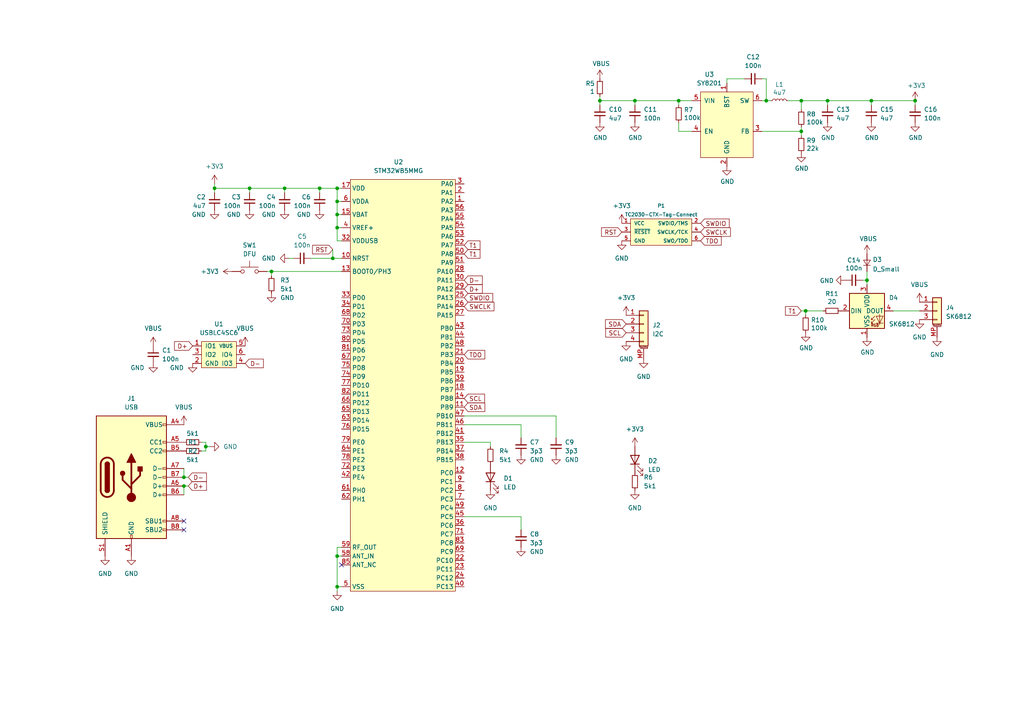
<source format=kicad_sch>
(kicad_sch (version 20211123) (generator eeschema)
  (paper "A4")
  (lib_symbols
    (symbol "Connector:USB_C_Receptacle_USB2.0" (pin_names (offset 1.016))
      (property "Reference" "J" (at -10.16 19.05 0))
      (property "Value" "USB_C_Receptacle_USB2.0" (at 19.05 19.05 0))
      (symbol "USB_C_Receptacle_USB2.0_0_0"
        (rectangle (start -0.254 -17.78) (end 0.254 -16.764))
        (rectangle (start 10.16 -14.986) (end 9.144 -15.494))
        (rectangle (start 10.16 -12.446) (end 9.144 -12.954))
        (rectangle (start 10.16 -4.826) (end 9.144 -5.334))
        (rectangle (start 10.16 -2.286) (end 9.144 -2.794))
        (rectangle (start 10.16 0.254) (end 9.144 -0.254))
        (rectangle (start 10.16 2.794) (end 9.144 2.286))
        (rectangle (start 10.16 7.874) (end 9.144 7.366))
        (rectangle (start 10.16 10.414) (end 9.144 9.906))
        (rectangle (start 10.16 15.494) (end 9.144 14.986))
      )
      (symbol "USB_C_Receptacle_USB2.0_0_1"
        (rectangle (start -10.16 17.78) (end 10.16 -17.78) (stroke (width 0.254)) (fill (type background)))
        (arc (start -8.89 -3.81) (mid -6.985 -5.715) (end -5.08 -3.81) (stroke (width 0.508)))
        (arc (start -7.62 -3.81) (mid -6.985 -4.445) (end -6.35 -3.81) (stroke (width 0.254)))
        (arc (start -7.62 -3.81) (mid -6.985 -4.445) (end -6.35 -3.81) (stroke (width 0.254)) (fill (type outline)))
        (rectangle (start -7.62 -3.81) (end -6.35 3.81) (stroke (width 0.254)) (fill (type outline)))
        (arc (start -6.35 3.81) (mid -6.985 4.445) (end -7.62 3.81) (stroke (width 0.254)))
        (arc (start -6.35 3.81) (mid -6.985 4.445) (end -7.62 3.81) (stroke (width 0.254)) (fill (type outline)))
        (arc (start -5.08 3.81) (mid -6.985 5.715) (end -8.89 3.81) (stroke (width 0.508)))
        (circle (center -2.54 1.143) (radius 0.635) (stroke (width 0.254)) (fill (type outline)))
        (circle (center 0 -5.842) (radius 1.27) (fill (type outline)))
        (polyline (pts (xy -8.89 -3.81) (xy -8.89 3.81)) (stroke (width 0.508)))
        (polyline (pts (xy -5.08 3.81) (xy -5.08 -3.81)) (stroke (width 0.508)))
        (polyline (pts (xy 0 -5.842) (xy 0 4.318)) (stroke (width 0.508)))
        (polyline (pts (xy 0 -3.302) (xy -2.54 -0.762) (xy -2.54 0.508)) (stroke (width 0.508)))
        (polyline (pts (xy 0 -2.032) (xy 2.54 0.508) (xy 2.54 1.778)) (stroke (width 0.508)))
        (polyline (pts (xy -1.27 4.318) (xy 0 6.858) (xy 1.27 4.318) (xy -1.27 4.318)) (stroke (width 0.254)) (fill (type outline)))
        (rectangle (start 1.905 1.778) (end 3.175 3.048) (stroke (width 0.254)) (fill (type outline)))
      )
      (symbol "USB_C_Receptacle_USB2.0_1_1"
        (pin passive line (at 0 -22.86 90) (length 5.08) (name "GND") (number "A1"))
        (pin passive line (at 0 -22.86 90) (length 5.08) hide (name "GND") (number "A12"))
        (pin passive line (at 15.24 15.24 180) (length 5.08) (name "VBUS") (number "A4"))
        (pin bidirectional line (at 15.24 10.16 180) (length 5.08) (name "CC1") (number "A5"))
        (pin bidirectional line (at 15.24 -2.54 180) (length 5.08) (name "D+") (number "A6"))
        (pin bidirectional line (at 15.24 2.54 180) (length 5.08) (name "D-") (number "A7"))
        (pin bidirectional line (at 15.24 -12.7 180) (length 5.08) (name "SBU1") (number "A8"))
        (pin passive line (at 15.24 15.24 180) (length 5.08) hide (name "VBUS") (number "A9"))
        (pin passive line (at 0 -22.86 90) (length 5.08) hide (name "GND") (number "B1"))
        (pin passive line (at 0 -22.86 90) (length 5.08) hide (name "GND") (number "B12"))
        (pin passive line (at 15.24 15.24 180) (length 5.08) hide (name "VBUS") (number "B4"))
        (pin bidirectional line (at 15.24 7.62 180) (length 5.08) (name "CC2") (number "B5"))
        (pin bidirectional line (at 15.24 -5.08 180) (length 5.08) (name "D+") (number "B6"))
        (pin bidirectional line (at 15.24 0 180) (length 5.08) (name "D-") (number "B7"))
        (pin bidirectional line (at 15.24 -15.24 180) (length 5.08) (name "SBU2") (number "B8"))
        (pin passive line (at 15.24 15.24 180) (length 5.08) hide (name "VBUS") (number "B9"))
        (pin passive line (at -7.62 -22.86 90) (length 5.08) (name "SHIELD") (number "S1"))
      )
    )
    (symbol "Connector_Generic_MountingPin:Conn_01x03_MountingPin" (pin_names (offset 1.016) hide)
      (property "Reference" "J" (at 0 5.08 0))
      (property "Value" "Conn_01x03_MountingPin" (at 1.27 -5.08 0))
      (symbol "Conn_01x03_MountingPin_1_1"
        (rectangle (start -1.27 -2.413) (end 0 -2.667) (stroke (width 0.1524)))
        (rectangle (start -1.27 0.127) (end 0 -0.127) (stroke (width 0.1524)))
        (rectangle (start -1.27 2.667) (end 0 2.413) (stroke (width 0.1524)))
        (rectangle (start -1.27 3.81) (end 1.27 -3.81) (stroke (width 0.254)) (fill (type background)))
        (polyline (pts (xy -1.016 -4.572) (xy 1.016 -4.572)) (stroke (width 0.1524)))
        (text "Mounting" (at 0 -4.191 0) (effects (font (size 0.381 0.381))))
        (pin passive line (at -5.08 2.54 0) (length 3.81) (name "Pin_1") (number "1"))
        (pin passive line (at -5.08 0 0) (length 3.81) (name "Pin_2") (number "2"))
        (pin passive line (at -5.08 -2.54 0) (length 3.81) (name "Pin_3") (number "3"))
        (pin passive line (at 0 -7.62 90) (length 3.048) (name "MountPin") (number "MP"))
      )
    )
    (symbol "Connector_Generic_MountingPin:Conn_01x04_MountingPin" (pin_names (offset 1.016) hide)
      (property "Reference" "J" (at 0 5.08 0))
      (property "Value" "Conn_01x04_MountingPin" (at 1.27 -7.62 0))
      (symbol "Conn_01x04_MountingPin_1_1"
        (rectangle (start -1.27 -4.953) (end 0 -5.207) (stroke (width 0.1524)))
        (rectangle (start -1.27 -2.413) (end 0 -2.667) (stroke (width 0.1524)))
        (rectangle (start -1.27 0.127) (end 0 -0.127) (stroke (width 0.1524)))
        (rectangle (start -1.27 2.667) (end 0 2.413) (stroke (width 0.1524)))
        (rectangle (start -1.27 3.81) (end 1.27 -6.35) (stroke (width 0.254)) (fill (type background)))
        (polyline (pts (xy -1.016 -7.112) (xy 1.016 -7.112)) (stroke (width 0.1524)))
        (text "Mounting" (at 0 -6.731 0) (effects (font (size 0.381 0.381))))
        (pin passive line (at -5.08 2.54 0) (length 3.81) (name "Pin_1") (number "1"))
        (pin passive line (at -5.08 0 0) (length 3.81) (name "Pin_2") (number "2"))
        (pin passive line (at -5.08 -2.54 0) (length 3.81) (name "Pin_3") (number "3"))
        (pin passive line (at -5.08 -5.08 0) (length 3.81) (name "Pin_4") (number "4"))
        (pin passive line (at 0 -10.16 90) (length 3.048) (name "MountPin") (number "MP"))
      )
    )
    (symbol "Device:C_Small" (pin_numbers hide) (pin_names (offset 0.254) hide)
      (property "Reference" "C" (at 0.254 1.778 0))
      (property "Value" "C_Small" (at 0.254 -2.032 0))
      (symbol "C_Small_0_1"
        (polyline (pts (xy -1.524 -0.508) (xy 1.524 -0.508)) (stroke (width 0.3302)))
        (polyline (pts (xy -1.524 0.508) (xy 1.524 0.508)) (stroke (width 0.3048)))
      )
      (symbol "C_Small_1_1"
        (pin passive line (at 0 2.54 270) (length 2.032) (name "~") (number "1"))
        (pin passive line (at 0 -2.54 90) (length 2.032) (name "~") (number "2"))
      )
    )
    (symbol "Device:D_Small" (pin_numbers hide) (pin_names (offset 0.254) hide)
      (property "Reference" "D" (at -1.27 2.032 0))
      (property "Value" "D_Small" (at -3.81 -2.032 0))
      (symbol "D_Small_0_1"
        (polyline (pts (xy -0.762 -1.016) (xy -0.762 1.016)))
        (polyline (pts (xy -0.762 0) (xy 0.762 0)))
        (polyline (pts (xy 0.762 -1.016) (xy -0.762 0) (xy 0.762 1.016) (xy 0.762 -1.016)))
      )
      (symbol "D_Small_1_1"
        (pin passive line (at -2.54 0 0) (length 1.778) (name "K") (number "1"))
        (pin passive line (at 2.54 0 180) (length 1.778) (name "A") (number "2"))
      )
    )
    (symbol "Device:LED" (pin_numbers hide) (pin_names (offset 1.016) hide)
      (property "Reference" "D" (at 0 2.54 0))
      (property "Value" "LED" (at 0 -2.54 0))
      (symbol "LED_0_1"
        (polyline (pts (xy -1.27 -1.27) (xy -1.27 1.27)) (stroke (width 0.254)))
        (polyline (pts (xy -1.27 0) (xy 1.27 0)))
        (polyline (pts (xy 1.27 -1.27) (xy 1.27 1.27) (xy -1.27 0) (xy 1.27 -1.27)) (stroke (width 0.254)))
        (polyline (pts (xy -3.048 -0.762) (xy -4.572 -2.286) (xy -3.81 -2.286) (xy -4.572 -2.286) (xy -4.572 -1.524)))
        (polyline (pts (xy -1.778 -0.762) (xy -3.302 -2.286) (xy -2.54 -2.286) (xy -3.302 -2.286) (xy -3.302 -1.524)))
      )
      (symbol "LED_1_1"
        (pin passive line (at -3.81 0 0) (length 2.54) (name "K") (number "1"))
        (pin passive line (at 3.81 0 180) (length 2.54) (name "A") (number "2"))
      )
    )
    (symbol "Device:L_Small" (pin_numbers hide) (pin_names (offset 0.254) hide)
      (property "Reference" "L" (at 0.762 1.016 0))
      (property "Value" "L_Small" (at 0.762 -1.016 0))
      (symbol "L_Small_0_1"
        (arc (start 0 -2.032) (mid 0.508 -1.524) (end 0 -1.016))
        (arc (start 0 -1.016) (mid 0.508 -0.508) (end 0 0))
        (arc (start 0 0) (mid 0.508 0.508) (end 0 1.016))
        (arc (start 0 1.016) (mid 0.508 1.524) (end 0 2.032))
      )
      (symbol "L_Small_1_1"
        (pin passive line (at 0 2.54 270) (length 0.508) (name "~") (number "1"))
        (pin passive line (at 0 -2.54 90) (length 0.508) (name "~") (number "2"))
      )
    )
    (symbol "Device:R_Small" (pin_numbers hide) (pin_names (offset 0.254) hide)
      (property "Reference" "R" (at 0.762 0.508 0))
      (property "Value" "R_Small" (at 0.762 -1.016 0))
      (symbol "R_Small_0_1"
        (rectangle (start -0.762 1.778) (end 0.762 -1.778) (stroke (width 0.2032)))
      )
      (symbol "R_Small_1_1"
        (pin passive line (at 0 2.54 270) (length 0.762) (name "~") (number "1"))
        (pin passive line (at 0 -2.54 90) (length 0.762) (name "~") (number "2"))
      )
    )
    (symbol "LED:SK6812" (pin_names (offset 0.254))
      (property "Reference" "D" (at 5.08 5.715 0))
      (property "Value" "SK6812" (at 1.27 -5.715 0))
      (symbol "SK6812_0_0"
        (text "RGB" (at 2.286 -4.191 0) (effects (font (size 0.762 0.762))))
      )
      (symbol "SK6812_0_1"
        (polyline (pts (xy 1.27 -3.556) (xy 1.778 -3.556)))
        (polyline (pts (xy 1.27 -2.54) (xy 1.778 -2.54)))
        (polyline (pts (xy 4.699 -3.556) (xy 2.667 -3.556)))
        (polyline (pts (xy 2.286 -2.54) (xy 1.27 -3.556) (xy 1.27 -3.048)))
        (polyline (pts (xy 2.286 -1.524) (xy 1.27 -2.54) (xy 1.27 -2.032)))
        (polyline (pts (xy 3.683 -1.016) (xy 3.683 -3.556) (xy 3.683 -4.064)))
        (polyline (pts (xy 4.699 -1.524) (xy 2.667 -1.524) (xy 3.683 -3.556) (xy 4.699 -1.524)))
        (rectangle (start 5.08 5.08) (end -5.08 -5.08) (stroke (width 0.254)) (fill (type background)))
      )
      (symbol "SK6812_1_1"
        (pin power_in line (at 0 -7.62 90) (length 2.54) (name "VSS") (number "1"))
        (pin input line (at -7.62 0 0) (length 2.54) (name "DIN") (number "2"))
        (pin power_in line (at 0 7.62 270) (length 2.54) (name "VDD") (number "3"))
        (pin output line (at 7.62 0 180) (length 2.54) (name "DOUT") (number "4"))
      )
    )
    (symbol "Switch:SW_Push" (pin_numbers hide) (pin_names (offset 1.016) hide)
      (property "Reference" "SW" (at 1.27 2.54 0))
      (property "Value" "SW_Push" (at 0 -1.524 0))
      (symbol "SW_Push_0_1"
        (circle (center -2.032 0) (radius 0.508))
        (polyline (pts (xy 0 1.27) (xy 0 3.048)))
        (polyline (pts (xy 2.54 1.27) (xy -2.54 1.27)))
        (circle (center 2.032 0) (radius 0.508))
        (pin passive line (at -5.08 0 0) (length 2.54) (name "1") (number "1"))
        (pin passive line (at 5.08 0 180) (length 2.54) (name "2") (number "2"))
      )
    )
    (symbol "otter:+3.3V" (power) (pin_names (offset 0))
      (property "Value" "+3.3V" (at 0 3.556 0))
      (symbol "+3.3V_0_1"
        (polyline (pts (xy -0.762 1.27) (xy 0 2.54)))
        (polyline (pts (xy 0 0) (xy 0 2.54)))
        (polyline (pts (xy 0 2.54) (xy 0.762 1.27)))
      )
      (symbol "+3.3V_1_1"
        (pin power_in line (at 0 0 90) (length 0) hide (name "+3V3") (number "1"))
      )
    )
    (symbol "otter:GND" (power) (pin_names (offset 0))
      (property "Value" "GND" (at 0 -3.81 0))
      (symbol "GND_0_1"
        (polyline (pts (xy 0 0) (xy 0 -1.27) (xy 1.27 -1.27) (xy 0 -2.54) (xy -1.27 -1.27) (xy 0 -1.27)))
      )
      (symbol "GND_1_1"
        (pin power_in line (at 0 0 270) (length 0) hide (name "GND") (number "1"))
      )
    )
    (symbol "otter:JW5026" (pin_names (offset 1.016))
      (property "Reference" "U" (at 3.81 11.43 0))
      (property "Value" "JW5026" (at 3.81 15.24 0))
      (symbol "JW5026_0_1"
        (rectangle (start -7.62 8.89) (end 7.62 -10.16) (fill (type background)))
      )
      (symbol "JW5026_1_1"
        (pin input line (at 0 11.43 270) (length 2.54) (name "BST") (number "1"))
        (pin input line (at 0 -12.7 90) (length 2.54) (name "GND") (number "2"))
        (pin input line (at 10.16 -2.54 180) (length 2.54) (name "FB") (number "3"))
        (pin input line (at -10.16 -2.54 0) (length 2.54) (name "EN") (number "4"))
        (pin input line (at -10.16 6.35 0) (length 2.54) (name "VIN") (number "5"))
        (pin input line (at 10.16 6.35 180) (length 2.54) (name "SW") (number "6"))
      )
    )
    (symbol "otter:STM32WB5MMG"
      (property "Reference" "U" (at 0 64.77 0))
      (property "Value" "STM32WB5MMG" (at 0 62.23 0))
      (symbol "STM32WB5MMG_0_1"
        (rectangle (start -15.24 59.69) (end 15.24 -59.69) (fill (type background)))
      )
      (symbol "STM32WB5MMG_1_1"
        (pin input line (at 17.78 53.34 180) (length 2.54) (name "PA2") (number "1"))
        (pin input line (at -17.78 36.83 0) (length 2.54) (name "NRST") (number "10"))
        (pin input line (at 17.78 -6.35 180) (length 2.54) (name "PB9") (number "11"))
        (pin input line (at 17.78 -25.4 180) (length 2.54) (name "PC0") (number "12"))
        (pin input line (at -17.78 33.02 0) (length 2.54) (name "BOOT0/PH3") (number "13"))
        (pin input line (at 17.78 -3.81 180) (length 2.54) (name "PB8") (number "14"))
        (pin input line (at -17.78 49.53 0) (length 2.54) (name "VBAT") (number "15"))
        (pin input line (at -17.78 -58.42 0) (length 2.54) hide (name "VSS") (number "16"))
        (pin input line (at -17.78 57.15 0) (length 2.54) (name "VDD") (number "17"))
        (pin input line (at 17.78 -1.27 180) (length 2.54) (name "PB7") (number "18"))
        (pin input line (at 17.78 3.81 180) (length 2.54) (name "PB5") (number "19"))
        (pin input line (at 17.78 55.88 180) (length 2.54) (name "PA1") (number "2"))
        (pin input line (at 17.78 6.35 180) (length 2.54) (name "PB4") (number "20"))
        (pin input line (at 17.78 8.89 180) (length 2.54) (name "PB3") (number "21"))
        (pin input line (at 17.78 -50.8 180) (length 2.54) (name "PC10") (number "22"))
        (pin input line (at 17.78 -53.34 180) (length 2.54) (name "PC11") (number "23"))
        (pin input line (at 17.78 -55.88 180) (length 2.54) (name "PC12") (number "24"))
        (pin input line (at 17.78 25.4 180) (length 2.54) (name "PA13") (number "25"))
        (pin input line (at 17.78 22.86 180) (length 2.54) (name "PA14") (number "26"))
        (pin input line (at 17.78 20.32 180) (length 2.54) (name "PA15") (number "27"))
        (pin input line (at 17.78 33.02 180) (length 2.54) (name "PA10") (number "28"))
        (pin input line (at 17.78 27.94 180) (length 2.54) (name "PA12") (number "29"))
        (pin input line (at 17.78 58.42 180) (length 2.54) (name "PA0") (number "3"))
        (pin input line (at 17.78 30.48 180) (length 2.54) (name "PA11") (number "30"))
        (pin input line (at -17.78 -58.42 0) (length 2.54) hide (name "VSS") (number "31"))
        (pin input line (at -17.78 41.91 0) (length 2.54) (name "VDDUSB") (number "32"))
        (pin input line (at -17.78 25.4 0) (length 2.54) (name "PD0") (number "33"))
        (pin input line (at -17.78 22.86 0) (length 2.54) (name "PD1") (number "34"))
        (pin input line (at 17.78 -16.51 180) (length 2.54) (name "PB13") (number "35"))
        (pin input line (at 17.78 -40.64 180) (length 2.54) (name "PC6") (number "36"))
        (pin input line (at 17.78 -19.05 180) (length 2.54) (name "PB14") (number "37"))
        (pin input line (at 17.78 -21.59 180) (length 2.54) (name "PB15") (number "38"))
        (pin input line (at 17.78 1.27 180) (length 2.54) (name "PB6") (number "39"))
        (pin input line (at -17.78 45.72 0) (length 2.54) (name "VREF+") (number "4"))
        (pin input line (at 17.78 -58.42 180) (length 2.54) (name "PC13") (number "40"))
        (pin input line (at 17.78 -13.97 180) (length 2.54) (name "PB12") (number "41"))
        (pin input line (at -17.78 -26.67 0) (length 2.54) (name "PE4") (number "42"))
        (pin input line (at 17.78 16.51 180) (length 2.54) (name "PB0") (number "43"))
        (pin input line (at 17.78 13.97 180) (length 2.54) (name "PB1") (number "44"))
        (pin input line (at 17.78 -38.1 180) (length 2.54) (name "PC5") (number "45"))
        (pin input line (at 17.78 -11.43 180) (length 2.54) (name "PB11") (number "46"))
        (pin input line (at 17.78 -8.89 180) (length 2.54) (name "PB10") (number "47"))
        (pin input line (at 17.78 11.43 180) (length 2.54) (name "PB2") (number "48"))
        (pin input line (at 17.78 -35.56 180) (length 2.54) (name "PC4") (number "49"))
        (pin input line (at -17.78 -58.42 0) (length 2.54) (name "VSS") (number "5"))
        (pin input line (at 17.78 38.1 180) (length 2.54) (name "PA8") (number "50"))
        (pin input line (at 17.78 35.56 180) (length 2.54) (name "PA9") (number "51"))
        (pin input line (at 17.78 40.64 180) (length 2.54) (name "PA7") (number "52"))
        (pin input line (at 17.78 43.18 180) (length 2.54) (name "PA6") (number "53"))
        (pin input line (at 17.78 45.72 180) (length 2.54) (name "PA5") (number "54"))
        (pin input line (at 17.78 48.26 180) (length 2.54) (name "PA4") (number "55"))
        (pin input line (at 17.78 50.8 180) (length 2.54) (name "PA3") (number "56"))
        (pin input line (at -17.78 -58.42 0) (length 2.54) hide (name "VSS") (number "57"))
        (pin input line (at -17.78 -49.53 0) (length 2.54) (name "ANT_IN") (number "58"))
        (pin input line (at -17.78 -46.99 0) (length 2.54) (name "RF_OUT") (number "59"))
        (pin input line (at -17.78 53.34 0) (length 2.54) (name "VDDA") (number "6"))
        (pin input line (at -17.78 -58.42 0) (length 2.54) hide (name "VSS") (number "60"))
        (pin input line (at -17.78 -30.48 0) (length 2.54) (name "PH0") (number "61"))
        (pin input line (at -17.78 -33.02 0) (length 2.54) (name "PH1") (number "62"))
        (pin input line (at -17.78 -10.16 0) (length 2.54) (name "PD14") (number "63"))
        (pin input line (at -17.78 -19.05 0) (length 2.54) (name "PE1") (number "64"))
        (pin input line (at -17.78 -7.62 0) (length 2.54) (name "PD13") (number "65"))
        (pin input line (at -17.78 -5.08 0) (length 2.54) (name "PD12") (number "66"))
        (pin input line (at -17.78 7.62 0) (length 2.54) (name "PD7") (number "67"))
        (pin input line (at -17.78 20.32 0) (length 2.54) (name "PD2") (number "68"))
        (pin input line (at 17.78 -48.26 180) (length 2.54) (name "PC9") (number "69"))
        (pin input line (at 17.78 -33.02 180) (length 2.54) (name "PC3") (number "7"))
        (pin input line (at -17.78 17.78 0) (length 2.54) (name "PD3") (number "70"))
        (pin input line (at 17.78 -43.18 180) (length 2.54) (name "PC7") (number "71"))
        (pin input line (at -17.78 -24.13 0) (length 2.54) (name "PE3") (number "72"))
        (pin input line (at -17.78 15.24 0) (length 2.54) (name "PD4") (number "73"))
        (pin input line (at -17.78 2.54 0) (length 2.54) (name "PD9") (number "74"))
        (pin input line (at -17.78 5.08 0) (length 2.54) (name "PD8") (number "75"))
        (pin input line (at -17.78 -12.7 0) (length 2.54) (name "PD15") (number "76"))
        (pin input line (at -17.78 0 0) (length 2.54) (name "PD10") (number "77"))
        (pin input line (at -17.78 -21.59 0) (length 2.54) (name "PE2") (number "78"))
        (pin input line (at -17.78 -16.51 0) (length 2.54) (name "PE0") (number "79"))
        (pin input line (at 17.78 -30.48 180) (length 2.54) (name "PC2") (number "8"))
        (pin input line (at -17.78 12.7 0) (length 2.54) (name "PD5") (number "80"))
        (pin input line (at -17.78 10.16 0) (length 2.54) (name "PD6") (number "81"))
        (pin input line (at -17.78 -2.54 0) (length 2.54) (name "PD11") (number "82"))
        (pin input line (at 17.78 -45.72 180) (length 2.54) (name "PC8") (number "83"))
        (pin input line (at -17.78 -58.42 0) (length 2.54) hide (name "VSS") (number "84"))
        (pin input line (at -17.78 -52.07 0) (length 2.54) (name "ANT_NC") (number "85"))
        (pin input line (at -17.78 -58.42 0) (length 2.54) hide (name "VSS") (number "86"))
        (pin input line (at 17.78 -27.94 180) (length 2.54) (name "PC1") (number "9"))
      )
    )
    (symbol "otter:TC2030-CTX-Tag-Connect" (pin_names (offset 1.016))
      (property "Reference" "P" (at -1.27 -5.08 0))
      (property "Value" "TC2030-CTX-Tag-Connect" (at 0 5.08 0))
      (symbol "TC2030-CTX-Tag-Connect_0_1"
        (rectangle (start 8.89 3.81) (end -8.89 -3.81) (fill (type background)))
      )
      (symbol "TC2030-CTX-Tag-Connect_1_1"
        (pin passive line (at -11.43 2.54 0) (length 2.54) (name "VCC") (number "1"))
        (pin passive line (at 11.43 2.54 180) (length 2.54) (name "SWDIO/TMS") (number "2"))
        (pin passive line (at -11.43 0 0) (length 2.54) (name "~{RESET}") (number "3"))
        (pin passive line (at 11.43 0 180) (length 2.54) (name "SWCLK/TCK") (number "4"))
        (pin passive line (at -11.43 -2.54 0) (length 2.54) (name "GND") (number "5"))
        (pin passive line (at 11.43 -2.54 180) (length 2.54) (name "SWO/TDO") (number "6"))
      )
    )
    (symbol "otter:otter_USBLC6-4" (pin_names (offset 1.016))
      (property "Reference" "U" (at 0 7.62 0))
      (property "Value" "otter_USBLC6-4" (at 0 5.08 0))
      (symbol "otter_USBLC6-4_0_1"
        (rectangle (start -5.08 3.81) (end 5.08 -3.81) (fill (type background)))
      )
      (symbol "otter_USBLC6-4_1_1"
        (pin input line (at -7.62 2.54 0) (length 2.54) (name "IO1") (number "1"))
        (pin input line (at -7.62 -2.54 0) (length 2.54) (name "GND") (number "2"))
        (pin input line (at -7.62 0 0) (length 2.54) (name "IO2") (number "3"))
        (pin input line (at 7.62 -2.54 180) (length 2.54) (name "IO3") (number "4"))
        (pin input line (at 7.62 2.54 180) (length 2.54) (name "VBUS") (number "5"))
        (pin input line (at 7.62 0 180) (length 2.54) (name "IO4") (number "6"))
      )
    )
    (symbol "power:+3V3" (power) (pin_names (offset 0))
      (property "Value" "+3V3" (at 0 3.556 0))
      (symbol "+3V3_0_1"
        (polyline (pts (xy -0.762 1.27) (xy 0 2.54)))
        (polyline (pts (xy 0 0) (xy 0 2.54)))
        (polyline (pts (xy 0 2.54) (xy 0.762 1.27)))
      )
      (symbol "+3V3_1_1"
        (pin power_in line (at 0 0 90) (length 0) hide (name "+3V3") (number "1"))
      )
    )
    (symbol "power:GND" (power) (pin_names (offset 0))
      (property "Value" "GND" (at 0 -3.81 0))
      (symbol "GND_0_1"
        (polyline (pts (xy 0 0) (xy 0 -1.27) (xy 1.27 -1.27) (xy 0 -2.54) (xy -1.27 -1.27) (xy 0 -1.27)))
      )
      (symbol "GND_1_1"
        (pin power_in line (at 0 0 270) (length 0) hide (name "GND") (number "1"))
      )
    )
    (symbol "power:VBUS" (power) (pin_names (offset 0))
      (property "Value" "VBUS" (at 0 3.81 0))
      (symbol "VBUS_0_1"
        (polyline (pts (xy -0.762 1.27) (xy 0 2.54)))
        (polyline (pts (xy 0 0) (xy 0 2.54)))
        (polyline (pts (xy 0 2.54) (xy 0.762 1.27)))
      )
      (symbol "VBUS_1_1"
        (pin power_in line (at 0 0 90) (length 0) hide (name "VBUS") (number "1"))
      )
    )
  )
  (junction (at 53.34 138.43))
  (junction (at 173.99 29.21))
  (junction (at 53.34 140.97))
  (junction (at 59.69 129.54))
  (junction (at 97.79 170.18))
  (junction (at 97.79 58.42))
  (junction (at 240.03 29.21))
  (junction (at 82.55 54.61))
  (junction (at 92.71 54.61))
  (junction (at 196.85 29.21))
  (junction (at 252.73 29.21))
  (junction (at 97.79 62.23))
  (junction (at 97.79 161.29))
  (junction (at 232.41 29.21))
  (junction (at 184.15 29.21))
  (junction (at 62.23 54.61))
  (junction (at 232.41 38.1))
  (junction (at 222.25 29.21))
  (junction (at 97.79 66.04))
  (junction (at 251.46 81.28))
  (junction (at 97.79 54.61))
  (junction (at 78.74 78.74))
  (junction (at 96.52 74.93))
  (junction (at 233.68 90.17))
  (junction (at 265.43 29.21))
  (junction (at 72.39 54.61))
  (no_connect (at 99.06 163.83))
  (no_connect (at 53.34 151.13))
  (no_connect (at 53.34 153.67))
  (wire (pts (xy 62.23 53.34) (xy 62.23 54.61)))
  (wire (pts (xy 96.52 74.93) (xy 99.06 74.93)))
  (wire (pts (xy 62.23 54.61) (xy 72.39 54.61)))
  (wire (pts (xy 97.79 69.85) (xy 97.79 66.04)))
  (wire (pts (xy 173.99 30.48) (xy 173.99 29.21)))
  (wire (pts (xy 240.03 30.48) (xy 240.03 29.21)))
  (wire (pts (xy 233.68 90.17) (xy 238.76 90.17)))
  (wire (pts (xy 196.85 29.21) (xy 196.85 30.48)))
  (wire (pts (xy 220.98 38.1) (xy 232.41 38.1)))
  (wire (pts (xy 82.55 54.61) (xy 92.71 54.61)))
  (wire (pts (xy 59.69 128.27) (xy 58.42 128.27)))
  (wire (pts (xy 210.82 22.86) (xy 210.82 24.13)))
  (wire (pts (xy 196.85 38.1) (xy 196.85 35.56)))
  (wire (pts (xy 222.25 29.21) (xy 223.52 29.21)))
  (wire (pts (xy 251.46 81.28) (xy 250.19 81.28)))
  (wire (pts (xy 220.98 29.21) (xy 222.25 29.21)))
  (wire (pts (xy 97.79 69.85) (xy 99.06 69.85)))
  (wire (pts (xy 134.62 128.27) (xy 142.24 128.27)))
  (wire (pts (xy 97.79 66.04) (xy 97.79 62.23)))
  (wire (pts (xy 196.85 29.21) (xy 200.66 29.21)))
  (wire (pts (xy 134.62 120.65) (xy 161.29 120.65)))
  (wire (pts (xy 97.79 170.18) (xy 99.06 170.18)))
  (wire (pts (xy 161.29 120.65) (xy 161.29 127)))
  (wire (pts (xy 233.68 91.44) (xy 233.68 90.17)))
  (wire (pts (xy 97.79 58.42) (xy 97.79 54.61)))
  (wire (pts (xy 97.79 161.29) (xy 97.79 170.18)))
  (wire (pts (xy 215.9 22.86) (xy 210.82 22.86)))
  (wire (pts (xy 222.25 29.21) (xy 222.25 22.86)))
  (wire (pts (xy 97.79 62.23) (xy 97.79 58.42)))
  (wire (pts (xy 184.15 30.48) (xy 184.15 29.21)))
  (wire (pts (xy 232.41 29.21) (xy 232.41 31.75)))
  (wire (pts (xy 252.73 30.48) (xy 252.73 29.21)))
  (wire (pts (xy 134.62 149.86) (xy 151.13 149.86)))
  (wire (pts (xy 59.69 129.54) (xy 60.96 129.54)))
  (wire (pts (xy 72.39 54.61) (xy 72.39 55.88)))
  (wire (pts (xy 173.99 29.21) (xy 184.15 29.21)))
  (wire (pts (xy 90.17 74.93) (xy 96.52 74.93)))
  (wire (pts (xy 232.41 39.37) (xy 232.41 38.1)))
  (wire (pts (xy 77.47 78.74) (xy 78.74 78.74)))
  (wire (pts (xy 265.43 30.48) (xy 265.43 29.21)))
  (wire (pts (xy 62.23 54.61) (xy 62.23 55.88)))
  (wire (pts (xy 99.06 62.23) (xy 97.79 62.23)))
  (wire (pts (xy 97.79 54.61) (xy 92.71 54.61)))
  (wire (pts (xy 173.99 29.21) (xy 173.99 27.94)))
  (wire (pts (xy 58.42 130.81) (xy 59.69 130.81)))
  (wire (pts (xy 151.13 149.86) (xy 151.13 153.67)))
  (wire (pts (xy 53.34 135.89) (xy 53.34 138.43)))
  (wire (pts (xy 92.71 54.61) (xy 92.71 55.88)))
  (wire (pts (xy 184.15 29.21) (xy 196.85 29.21)))
  (wire (pts (xy 83.82 74.93) (xy 85.09 74.93)))
  (wire (pts (xy 54.61 138.43) (xy 53.34 138.43)))
  (wire (pts (xy 96.52 72.39) (xy 96.52 74.93)))
  (wire (pts (xy 99.06 58.42) (xy 97.79 58.42)))
  (wire (pts (xy 232.41 90.17) (xy 233.68 90.17)))
  (wire (pts (xy 222.25 22.86) (xy 220.98 22.86)))
  (wire (pts (xy 78.74 78.74) (xy 99.06 78.74)))
  (wire (pts (xy 251.46 78.74) (xy 251.46 81.28)))
  (wire (pts (xy 72.39 54.61) (xy 82.55 54.61)))
  (wire (pts (xy 78.74 78.74) (xy 78.74 80.01)))
  (wire (pts (xy 142.24 128.27) (xy 142.24 129.54)))
  (wire (pts (xy 99.06 66.04) (xy 97.79 66.04)))
  (wire (pts (xy 134.62 123.19) (xy 151.13 123.19)))
  (wire (pts (xy 232.41 29.21) (xy 240.03 29.21)))
  (wire (pts (xy 232.41 38.1) (xy 232.41 36.83)))
  (wire (pts (xy 54.61 140.97) (xy 53.34 140.97)))
  (wire (pts (xy 228.6 29.21) (xy 232.41 29.21)))
  (wire (pts (xy 59.69 130.81) (xy 59.69 129.54)))
  (wire (pts (xy 97.79 158.75) (xy 99.06 158.75)))
  (wire (pts (xy 59.69 129.54) (xy 59.69 128.27)))
  (wire (pts (xy 259.08 90.17) (xy 266.7 90.17)))
  (wire (pts (xy 252.73 29.21) (xy 265.43 29.21)))
  (wire (pts (xy 97.79 170.18) (xy 97.79 171.45)))
  (wire (pts (xy 82.55 54.61) (xy 82.55 55.88)))
  (wire (pts (xy 200.66 38.1) (xy 196.85 38.1)))
  (wire (pts (xy 151.13 123.19) (xy 151.13 127)))
  (wire (pts (xy 97.79 161.29) (xy 97.79 158.75)))
  (wire (pts (xy 53.34 140.97) (xy 53.34 143.51)))
  (wire (pts (xy 251.46 82.55) (xy 251.46 81.28)))
  (wire (pts (xy 99.06 161.29) (xy 97.79 161.29)))
  (wire (pts (xy 240.03 29.21) (xy 252.73 29.21)))
  (wire (pts (xy 97.79 54.61) (xy 99.06 54.61)))
  (global_label "D-" (shape input) (at 71.12 105.41 0) (property "Intersheet References" "${INTERSHEET_REFS}" (effects hide)))
  (global_label "TDO" (shape input) (at 203.2 69.85 0) (property "Intersheet References" "${INTERSHEET_REFS}" (effects hide)))
  (global_label "T1" (shape input) (at 134.62 73.66 0) (property "Intersheet References" "${INTERSHEET_REFS}" (effects hide)))
  (global_label "SCL" (shape input) (at 181.61 96.52 180) (property "Intersheet References" "${INTERSHEET_REFS}" (effects hide)))
  (global_label "RST" (shape input) (at 180.34 67.31 180) (property "Intersheet References" "${INTERSHEET_REFS}" (effects hide)))
  (global_label "TDO" (shape input) (at 134.62 102.87 0) (property "Intersheet References" "${INTERSHEET_REFS}" (effects hide)))
  (global_label "SDA" (shape input) (at 134.62 118.11 0) (property "Intersheet References" "${INTERSHEET_REFS}" (effects hide)))
  (global_label "RST" (shape input) (at 96.52 72.39 180) (property "Intersheet References" "${INTERSHEET_REFS}" (effects hide)))
  (global_label "D+" (shape input) (at 134.62 83.82 0) (property "Intersheet References" "${INTERSHEET_REFS}" (effects hide)))
  (global_label "D+" (shape input) (at 54.61 140.97 0) (property "Intersheet References" "${INTERSHEET_REFS}" (effects hide)))
  (global_label "SWCLK" (shape input) (at 134.62 88.9 0) (property "Intersheet References" "${INTERSHEET_REFS}" (effects hide)))
  (global_label "SWDIO" (shape input) (at 203.2 64.77 0) (property "Intersheet References" "${INTERSHEET_REFS}" (effects hide)))
  (global_label "D-" (shape input) (at 134.62 81.28 0) (property "Intersheet References" "${INTERSHEET_REFS}" (effects hide)))
  (global_label "SCL" (shape input) (at 134.62 115.57 0) (property "Intersheet References" "${INTERSHEET_REFS}" (effects hide)))
  (global_label "D-" (shape input) (at 54.61 138.43 0) (property "Intersheet References" "${INTERSHEET_REFS}" (effects hide)))
  (global_label "D+" (shape input) (at 55.88 100.33 180) (property "Intersheet References" "${INTERSHEET_REFS}" (effects hide)))
  (global_label "SWDIO" (shape input) (at 134.62 86.36 0) (property "Intersheet References" "${INTERSHEET_REFS}" (effects hide)))
  (global_label "SDA" (shape input) (at 181.61 93.98 180) (property "Intersheet References" "${INTERSHEET_REFS}" (effects hide)))
  (global_label "T1" (shape input) (at 134.62 71.12 0) (property "Intersheet References" "${INTERSHEET_REFS}" (effects hide)))
  (global_label "T1" (shape input) (at 232.41 90.17 180) (property "Intersheet References" "${INTERSHEET_REFS}" (effects hide)))
  (global_label "SWCLK" (shape input) (at 203.2 67.31 0) (property "Intersheet References" "${INTERSHEET_REFS}" (effects hide)))
  (symbol (lib_id "otter:+3.3V") (at 184.15 129.54 0) (unit 1)
    (property "Reference" "#PWR0131" (effects hide))
    (property "Value" "+3.3V" (at 184.15 124.46 0))
  )
  (symbol (lib_id "otter:GND") (at 83.82 74.93 270) (unit 1)
    (property "Reference" "#PWR0106" (effects hide))
    (property "Value" "GND" (at 80.01 74.9299 90) (effects (justify right)))
  )
  (symbol (lib_id "Device:R_Small") (at 241.3 90.17 270) (unit 1)
    (property "Reference" "R11" (at 241.3 85.1916 90))
    (property "Value" "20" (at 241.3 87.503 90))
    (property "Footprint" "otter:R_0402" (effects hide))
  )
  (symbol (lib_id "otter:GND") (at 245.11 81.28 270) (unit 1)
    (property "Reference" "#PWR0140" (effects hide))
    (property "Value" "GND" (at 241.8588 81.407 90) (effects (justify right)))
  )
  (symbol (lib_id "otter:GND") (at 78.74 85.09 0) (unit 1)
    (property "Reference" "#PWR0105" (effects hide))
    (property "Value" "GND" (at 81.28 86.3599 0) (effects (justify left)))
  )
  (symbol (lib_id "Device:C_Small") (at 44.45 102.87 0) (mirror y) (unit 1)
    (property "Reference" "C1" (at 46.99 101.6062 0) (effects (justify right)))
    (property "Value" "100n" (at 46.99 104.1462 0) (effects (justify right)))
    (property "Footprint" "otter:C_0402" (effects hide))
  )
  (symbol (lib_id "Device:C_Small") (at 87.63 74.93 90) (unit 1)
    (property "Reference" "C5" (at 87.6363 68.58 90))
    (property "Value" "100n" (at 87.6363 71.12 90))
    (property "Footprint" "otter:C_0402" (effects hide))
  )
  (symbol (lib_id "otter:GND") (at 233.68 96.52 0) (unit 1)
    (property "Reference" "#PWR0141" (effects hide))
    (property "Value" "GND" (at 233.807 100.9142 0))
  )
  (symbol (lib_id "power:VBUS") (at 71.12 100.33 0) (unit 1)
    (property "Reference" "#PWR0111" (effects hide))
    (property "Value" "VBUS" (at 71.12 95.25 0))
  )
  (symbol (lib_id "Device:C_Small") (at 218.44 22.86 270) (unit 1)
    (property "Reference" "C12" (at 218.4336 16.51 90))
    (property "Value" "100n" (at 218.4336 19.05 90))
    (property "Footprint" "otter:C_0402" (effects hide))
  )
  (symbol (lib_id "otter:GND") (at 251.46 97.79 0) (unit 1)
    (property "Reference" "#PWR0137" (effects hide))
    (property "Value" "GND" (at 251.587 102.1842 0))
  )
  (symbol (lib_id "otter:GND") (at 271.78 97.79 0) (unit 1)
    (property "Reference" "#PWR0139" (effects hide))
    (property "Value" "GND" (at 271.78 102.87 0))
  )
  (symbol (lib_id "Connector_Generic_MountingPin:Conn_01x04_MountingPin") (at 186.69 93.98 0) (unit 1)
    (property "Reference" "J2" (at 189.23 94.3355 0) (effects (justify left)))
    (property "Value" "I2C" (at 189.23 96.8755 0) (effects (justify left)))
    (property "Footprint" "Connector_Molex:Molex_PicoBlade_53398-0471_1x04-1MP_P1.25mm_Vertical" (effects hide))
  )
  (symbol (lib_id "otter:GND") (at 97.79 171.45 0) (unit 1)
    (property "Reference" "#PWR0101" (effects hide))
    (property "Value" "GND" (at 97.79 176.53 0))
  )
  (symbol (lib_id "Device:R_Small") (at 233.68 93.98 0) (unit 1)
    (property "Reference" "R10" (at 235.1786 92.8116 0) (effects (justify left)))
    (property "Value" "100k" (at 235.1786 95.123 0) (effects (justify left)))
    (property "Footprint" "otter:R_0402" (effects hide))
  )
  (symbol (lib_id "power:GND") (at 252.73 35.56 0) (unit 1)
    (property "Reference" "#PWR0147" (effects hide))
    (property "Value" "GND" (at 252.857 39.9542 0))
  )
  (symbol (lib_id "otter:GND") (at 181.61 99.06 0) (unit 1)
    (property "Reference" "#PWR0120" (effects hide))
    (property "Value" "GND" (at 181.61 104.14 0))
  )
  (symbol (lib_id "LED:SK6812") (at 251.46 90.17 0) (unit 1)
    (property "Reference" "D4" (at 257.81 86.36 0) (effects (justify left)))
    (property "Value" "SK6812" (at 257.81 93.98 0) (effects (justify left)))
    (property "Footprint" "LED_SMD:LED_SK6812_PLCC4_5.0x5.0mm_P3.2mm" (effects hide))
    (property "Datasheet" "https://cdn-shop.adafruit.com/product-files/1138/SK6812+LED+datasheet+.pdf" (effects hide))
  )
  (symbol (lib_id "power:GND") (at 184.15 35.56 0) (unit 1)
    (property "Reference" "#PWR0125" (effects hide))
    (property "Value" "GND" (at 184.277 39.9542 0))
  )
  (symbol (lib_id "power:GND") (at 240.03 35.56 0) (unit 1)
    (property "Reference" "#PWR0144" (effects hide))
    (property "Value" "GND" (at 240.157 39.9542 0))
  )
  (symbol (lib_id "Device:C_Small") (at 252.73 33.02 180) (unit 1)
    (property "Reference" "C15" (at 255.27 31.7435 0) (effects (justify right)))
    (property "Value" "4u7" (at 255.27 34.2835 0) (effects (justify right)))
    (property "Footprint" "otter:C_0805" (effects hide))
  )
  (symbol (lib_id "otter:GND") (at 38.1 161.29 0) (unit 1)
    (property "Reference" "#PWR0114" (effects hide))
    (property "Value" "GND" (at 38.1 166.37 0))
  )
  (symbol (lib_id "otter:GND") (at 82.55 60.96 0) (unit 1)
    (property "Reference" "#PWR0103" (effects hide))
    (property "Value" "GND" (at 80.01 62.2299 0) (effects (justify right)))
  )
  (symbol (lib_id "Device:C_Small") (at 82.55 58.42 180) (unit 1)
    (property "Reference" "C4" (at 80.01 57.1435 0) (effects (justify left)))
    (property "Value" "100n" (at 80.01 59.6835 0) (effects (justify left)))
    (property "Footprint" "otter:C_0402" (effects hide))
  )
  (symbol (lib_id "otter:GND") (at 151.13 132.08 0) (unit 1)
    (property "Reference" "#PWR0127" (effects hide))
    (property "Value" "GND" (at 153.67 133.3499 0) (effects (justify left)))
  )
  (symbol (lib_id "otter:GND") (at 161.29 132.08 0) (unit 1)
    (property "Reference" "#PWR0126" (effects hide))
    (property "Value" "GND" (at 163.83 133.3499 0) (effects (justify left)))
  )
  (symbol (lib_id "Device:R_Small") (at 78.74 82.55 0) (unit 1)
    (property "Reference" "R3" (at 81.28 81.2799 0) (effects (justify left)))
    (property "Value" "5k1" (at 81.28 83.8199 0) (effects (justify left)))
    (property "Footprint" "otter:R_0402" (effects hide))
  )
  (symbol (lib_id "Device:LED") (at 184.15 133.35 90) (unit 1)
    (property "Reference" "D2" (at 187.96 133.6674 90) (effects (justify right)))
    (property "Value" "LED" (at 187.96 136.2074 90) (effects (justify right)))
    (property "Footprint" "otter:LED_0603_1608Metric" (effects hide))
  )
  (symbol (lib_id "Device:R_Small") (at 232.41 34.29 0) (unit 1)
    (property "Reference" "R8" (at 233.9086 33.1216 0) (effects (justify left)))
    (property "Value" "100k" (at 233.9086 35.433 0) (effects (justify left)))
    (property "Footprint" "otter:R_0402" (effects hide))
  )
  (symbol (lib_id "Device:C_Small") (at 265.43 33.02 180) (unit 1)
    (property "Reference" "C16" (at 267.97 31.7435 0) (effects (justify right)))
    (property "Value" "100n" (at 267.97 34.2835 0) (effects (justify right)))
    (property "Footprint" "otter:C_0402" (effects hide))
  )
  (symbol (lib_id "otter:GND") (at 62.23 60.96 0) (unit 1)
    (property "Reference" "#PWR0108" (effects hide))
    (property "Value" "GND" (at 59.69 62.2299 0) (effects (justify right)))
  )
  (symbol (lib_id "Device:R_Small") (at 55.88 128.27 90) (unit 1)
    (property "Reference" "R1" (at 55.88 128.27 90))
    (property "Value" "5k1" (at 55.88 125.73 90))
    (property "Footprint" "otter:R_0402" (effects hide))
  )
  (symbol (lib_id "otter:GND") (at 30.48 161.29 0) (unit 1)
    (property "Reference" "#PWR0113" (effects hide))
    (property "Value" "GND" (at 30.48 166.37 0))
  )
  (symbol (lib_id "power:GND") (at 232.41 44.45 0) (unit 1)
    (property "Reference" "#PWR0143" (effects hide))
    (property "Value" "GND" (at 232.537 48.8442 0))
  )
  (symbol (lib_id "Device:C_Small") (at 247.65 81.28 90) (unit 1)
    (property "Reference" "C14" (at 247.65 75.4634 90))
    (property "Value" "100n" (at 247.65 77.7748 90))
    (property "Footprint" "otter:C_0402" (effects hide))
  )
  (symbol (lib_id "otter:GND") (at 142.24 142.24 0) (unit 1)
    (property "Reference" "#PWR0129" (effects hide))
    (property "Value" "GND" (at 142.24 147.32 0))
  )
  (symbol (lib_id "Device:C_Small") (at 92.71 58.42 180) (unit 1)
    (property "Reference" "C6" (at 90.17 57.1435 0) (effects (justify left)))
    (property "Value" "100n" (at 90.17 59.6835 0) (effects (justify left)))
    (property "Footprint" "otter:C_0402" (effects hide))
  )
  (symbol (lib_id "otter:GND") (at 266.7 92.71 0) (unit 1)
    (property "Reference" "#PWR0138" (effects hide))
    (property "Value" "GND" (at 266.7 97.79 0))
  )
  (symbol (lib_id "power:GND") (at 265.43 35.56 0) (unit 1)
    (property "Reference" "#PWR0146" (effects hide))
    (property "Value" "GND" (at 265.557 39.9542 0))
  )
  (symbol (lib_id "Device:C_Small") (at 72.39 58.42 180) (unit 1)
    (property "Reference" "C3" (at 69.85 57.1435 0) (effects (justify left)))
    (property "Value" "100n" (at 69.85 59.6835 0) (effects (justify left)))
    (property "Footprint" "otter:C_0402" (effects hide))
  )
  (symbol (lib_id "otter:GND") (at 180.34 69.85 0) (unit 1)
    (property "Reference" "#PWR0118" (effects hide))
    (property "Value" "GND" (at 180.34 74.93 0))
  )
  (symbol (lib_id "power:GND") (at 173.99 35.56 0) (unit 1)
    (property "Reference" "#PWR0124" (effects hide))
    (property "Value" "GND" (at 174.117 39.9542 0))
  )
  (symbol (lib_id "power:VBUS") (at 266.7 87.63 0) (unit 1)
    (property "Reference" "#PWR0136" (effects hide))
    (property "Value" "VBUS" (at 266.7 82.55 0))
  )
  (symbol (lib_id "otter:GND") (at 151.13 158.75 0) (unit 1)
    (property "Reference" "#PWR0128" (effects hide))
    (property "Value" "GND" (at 153.67 160.0199 0) (effects (justify left)))
  )
  (symbol (lib_id "power:+3V3") (at 265.43 29.21 0) (unit 1)
    (property "Reference" "#PWR0145" (effects hide))
    (property "Value" "+3V3" (at 265.811 24.8158 0))
  )
  (symbol (lib_id "otter:TC2030-CTX-Tag-Connect") (at 191.77 67.31 0) (unit 1)
    (property "Reference" "P1" (at 191.77 59.69 0) (effects (font (size 1.016 1.016))))
    (property "Value" "TC2030-CTX-Tag-Connect" (at 191.77 62.23 0) (effects (font (size 1.016 1.016))))
    (property "Footprint" "otter:TC2030" (effects hide))
  )
  (symbol (lib_id "Connector:USB_C_Receptacle_USB2.0") (at 38.1 138.43 0) (unit 1)
    (property "Reference" "J1" (at 38.1 115.57 0))
    (property "Value" "USB" (at 38.1 118.11 0))
    (property "Footprint" "otter:USB-C 16Pin" (effects hide))
    (property "Datasheet" "https://www.usb.org/sites/default/files/documents/usb_type-c.zip" (effects hide))
  )
  (symbol (lib_id "Device:C_Small") (at 151.13 129.54 180) (unit 1)
    (property "Reference" "C7" (at 153.67 128.2635 0) (effects (justify right)))
    (property "Value" "3p3" (at 153.67 130.8035 0) (effects (justify right)))
    (property "Footprint" "otter:C_0402" (effects hide))
  )
  (symbol (lib_id "Device:C_Small") (at 184.15 33.02 180) (unit 1)
    (property "Reference" "C11" (at 186.69 31.7435 0) (effects (justify right)))
    (property "Value" "100n" (at 186.69 34.2835 0) (effects (justify right)))
    (property "Footprint" "otter:C_0402" (effects hide))
  )
  (symbol (lib_id "power:VBUS") (at 44.45 100.33 0) (unit 1)
    (property "Reference" "#PWR0116" (effects hide))
    (property "Value" "VBUS" (at 44.45 95.25 0))
  )
  (symbol (lib_id "otter:GND") (at 44.45 105.41 0) (unit 1)
    (property "Reference" "#PWR0115" (effects hide))
    (property "Value" "GND" (at 41.91 106.6799 0) (effects (justify right)))
  )
  (symbol (lib_id "otter:GND") (at 72.39 60.96 0) (unit 1)
    (property "Reference" "#PWR0107" (effects hide))
    (property "Value" "GND" (at 69.85 62.2299 0) (effects (justify right)))
  )
  (symbol (lib_id "power:VBUS") (at 251.46 73.66 0) (unit 1)
    (property "Reference" "#PWR0142" (effects hide))
    (property "Value" "VBUS" (at 251.841 69.2658 0))
  )
  (symbol (lib_id "Device:C_Small") (at 151.13 156.21 180) (unit 1)
    (property "Reference" "C8" (at 153.67 154.9335 0) (effects (justify right)))
    (property "Value" "3p3" (at 153.67 157.4735 0) (effects (justify right)))
    (property "Footprint" "otter:C_0402" (effects hide))
  )
  (symbol (lib_id "Connector_Generic_MountingPin:Conn_01x03_MountingPin") (at 271.78 90.17 0) (unit 1)
    (property "Reference" "J4" (at 274.32 89.2555 0) (effects (justify left)))
    (property "Value" "SK6812" (at 274.32 91.7955 0) (effects (justify left)))
    (property "Footprint" "Connector_Molex:Molex_PicoBlade_53261-0371_1x03-1MP_P1.25mm_Horizontal" (effects hide))
  )
  (symbol (lib_id "Device:C_Small") (at 62.23 58.42 180) (unit 1)
    (property "Reference" "C2" (at 59.69 57.1435 0) (effects (justify left)))
    (property "Value" "4u7" (at 59.69 59.6835 0) (effects (justify left)))
    (property "Footprint" "otter:C_0805" (effects hide))
  )
  (symbol (lib_id "Device:C_Small") (at 173.99 33.02 180) (unit 1)
    (property "Reference" "C10" (at 176.53 31.7435 0) (effects (justify right)))
    (property "Value" "4u7" (at 176.53 34.2835 0) (effects (justify right)))
    (property "Footprint" "otter:C_0805" (effects hide))
  )
  (symbol (lib_id "otter:GND") (at 184.15 142.24 0) (unit 1)
    (property "Reference" "#PWR0130" (effects hide))
    (property "Value" "GND" (at 184.15 147.32 0))
  )
  (symbol (lib_id "otter:GND") (at 60.96 129.54 90) (unit 1)
    (property "Reference" "#PWR0110" (effects hide))
    (property "Value" "GND" (at 64.77 129.5399 90) (effects (justify right)))
  )
  (symbol (lib_id "Device:R_Small") (at 55.88 130.81 90) (mirror x) (unit 1)
    (property "Reference" "R2" (at 55.88 130.81 90))
    (property "Value" "5k1" (at 55.88 133.35 90))
    (property "Footprint" "otter:R_0402" (effects hide))
  )
  (symbol (lib_id "power:GND") (at 210.82 48.26 0) (unit 1)
    (property "Reference" "#PWR0122" (effects hide))
    (property "Value" "GND" (at 210.947 52.6542 0))
  )
  (symbol (lib_id "power:VBUS") (at 53.34 123.19 0) (unit 1)
    (property "Reference" "#PWR0112" (effects hide))
    (property "Value" "VBUS" (at 53.34 118.11 0))
  )
  (symbol (lib_id "Device:R_Small") (at 173.99 25.4 0) (unit 1)
    (property "Reference" "R5" (at 172.5168 24.2316 0) (effects (justify right)))
    (property "Value" "1" (at 172.5168 26.543 0) (effects (justify right)))
    (property "Footprint" "otter:R_0603" (effects hide))
  )
  (symbol (lib_id "Device:C_Small") (at 161.29 129.54 180) (unit 1)
    (property "Reference" "C9" (at 163.83 128.2635 0) (effects (justify right)))
    (property "Value" "3p3" (at 163.83 130.8035 0) (effects (justify right)))
    (property "Footprint" "otter:C_0402" (effects hide))
  )
  (symbol (lib_id "otter:+3.3V") (at 180.34 64.77 0) (unit 1)
    (property "Reference" "#PWR0119" (effects hide))
    (property "Value" "+3.3V" (at 180.34 59.69 0))
  )
  (symbol (lib_id "Device:LED") (at 142.24 138.43 90) (unit 1)
    (property "Reference" "D1" (at 146.05 138.7474 90) (effects (justify right)))
    (property "Value" "LED" (at 146.05 141.2874 90) (effects (justify right)))
    (property "Footprint" "otter:LED_0603_1608Metric" (effects hide))
  )
  (symbol (lib_id "otter:GND") (at 92.71 60.96 0) (unit 1)
    (property "Reference" "#PWR0102" (effects hide))
    (property "Value" "GND" (at 90.17 62.2299 0) (effects (justify right)))
  )
  (symbol (lib_id "Device:R_Small") (at 184.15 139.7 0) (unit 1)
    (property "Reference" "R6" (at 186.69 138.4299 0) (effects (justify left)))
    (property "Value" "5k1" (at 186.69 140.9699 0) (effects (justify left)))
    (property "Footprint" "otter:R_0402" (effects hide))
  )
  (symbol (lib_id "otter:+3.3V") (at 67.31 78.74 90) (unit 1)
    (property "Reference" "#PWR0109" (effects hide))
    (property "Value" "+3.3V" (at 63.5 78.7399 90) (effects (justify left)))
  )
  (symbol (lib_id "otter:+3.3V") (at 62.23 53.34 0) (unit 1)
    (property "Reference" "#PWR0104" (effects hide))
    (property "Value" "+3.3V" (at 62.23 48.26 0))
  )
  (symbol (lib_id "Device:L_Small") (at 226.06 29.21 90) (unit 1)
    (property "Reference" "L1" (at 226.06 24.511 90))
    (property "Value" "4u7" (at 226.06 26.8224 90))
    (property "Footprint" "Inductor_SMD:L_1210_3225Metric" (effects hide))
    (property "LCSC" "C86070" (effects hide))
  )
  (symbol (lib_id "Device:R_Small") (at 142.24 132.08 0) (unit 1)
    (property "Reference" "R4" (at 144.78 130.8099 0) (effects (justify left)))
    (property "Value" "5k1" (at 144.78 133.3499 0) (effects (justify left)))
    (property "Footprint" "otter:R_0402" (effects hide))
  )
  (symbol (lib_id "otter:+3.3V") (at 181.61 91.44 0) (unit 1)
    (property "Reference" "#PWR0121" (effects hide))
    (property "Value" "+3.3V" (at 181.61 86.36 0))
  )
  (symbol (lib_id "power:VBUS") (at 173.99 22.86 0) (unit 1)
    (property "Reference" "#PWR0123" (effects hide))
    (property "Value" "VBUS" (at 174.371 18.4658 0))
  )
  (symbol (lib_id "Device:C_Small") (at 240.03 33.02 180) (unit 1)
    (property "Reference" "C13" (at 242.57 31.7435 0) (effects (justify right)))
    (property "Value" "4u7" (at 242.57 34.2835 0) (effects (justify right)))
    (property "Footprint" "otter:C_0805" (effects hide))
  )
  (symbol (lib_id "otter:JW5026") (at 210.82 35.56 0) (unit 1)
    (property "Reference" "U3" (at 205.74 21.59 0))
    (property "Value" "SY8201" (at 205.74 24.13 0))
    (property "Footprint" "Package_TO_SOT_SMD:SOT-23-6" (effects hide))
  )
  (symbol (lib_id "otter:STM32WB5MMG") (at 116.84 111.76 0) (unit 1)
    (property "Reference" "U2" (at 115.57 46.99 0))
    (property "Value" "STM32WB5MMG" (at 115.57 49.53 0))
    (property "Footprint" "otter:STM32WB5MMG" (effects hide))
  )
  (symbol (lib_id "Switch:SW_Push") (at 72.39 78.74 0) (unit 1)
    (property "Reference" "SW1" (at 72.39 71.12 0))
    (property "Value" "DFU" (at 72.39 73.66 0))
    (property "Footprint" "Button_Switch_SMD:SW_SPST_EVQP7C" (effects hide))
  )
  (symbol (lib_id "otter:GND") (at 186.69 104.14 0) (unit 1)
    (property "Reference" "#PWR0133" (effects hide))
    (property "Value" "GND" (at 186.69 109.22 0))
  )
  (symbol (lib_id "Device:R_Small") (at 196.85 33.02 0) (unit 1)
    (property "Reference" "R7" (at 198.3486 31.8516 0) (effects (justify left)))
    (property "Value" "100k" (at 198.3486 34.163 0) (effects (justify left)))
    (property "Footprint" "otter:R_0402" (effects hide))
  )
  (symbol (lib_id "Device:D_Small") (at 251.46 76.2 90) (unit 1)
    (property "Reference" "D3" (at 253.111 75.2915 90) (effects (justify right)))
    (property "Value" "D_Small" (at 253.111 78.0666 90) (effects (justify right)))
    (property "Footprint" "Diode_SMD:D_SOD-123F" (effects hide))
  )
  (symbol (lib_id "Device:R_Small") (at 232.41 41.91 0) (unit 1)
    (property "Reference" "R9" (at 233.9086 40.7416 0) (effects (justify left)))
    (property "Value" "22k" (at 233.9086 43.053 0) (effects (justify left)))
    (property "Footprint" "otter:R_0402" (effects hide))
  )
  (symbol (lib_id "otter:otter_USBLC6-4") (at 63.5 102.87 0) (unit 1)
    (property "Reference" "U1" (at 63.5 93.98 0))
    (property "Value" "USBLC4SC6" (at 63.5 96.52 0))
    (property "Footprint" "Package_TO_SOT_SMD:SOT-23-6" (effects hide))
  )
  (symbol (lib_id "otter:GND") (at 55.88 105.41 0) (unit 1)
    (property "Reference" "#PWR0117" (effects hide))
    (property "Value" "GND" (at 53.34 106.6799 0) (effects (justify right)))
  )
)
</source>
